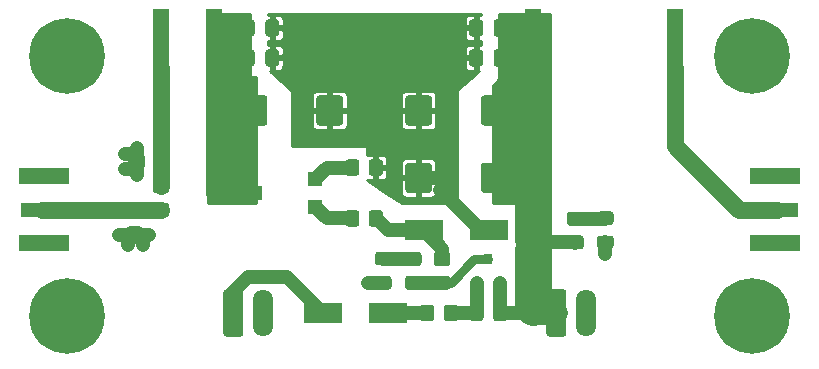
<source format=gtl>
G04 #@! TF.GenerationSoftware,KiCad,Pcbnew,5.1.10-88a1d61d58~90~ubuntu21.04.1*
G04 #@! TF.CreationDate,2021-09-19T17:29:36+02:00*
G04 #@! TF.ProjectId,23cm_PA,3233636d-5f50-4412-9e6b-696361645f70,rev?*
G04 #@! TF.SameCoordinates,Original*
G04 #@! TF.FileFunction,Copper,L1,Top*
G04 #@! TF.FilePolarity,Positive*
%FSLAX46Y46*%
G04 Gerber Fmt 4.6, Leading zero omitted, Abs format (unit mm)*
G04 Created by KiCad (PCBNEW 5.1.10-88a1d61d58~90~ubuntu21.04.1) date 2021-09-19 17:29:36*
%MOMM*%
%LPD*%
G01*
G04 APERTURE LIST*
G04 #@! TA.AperFunction,SMDPad,CuDef*
%ADD10R,1.300000X1.300000*%
G04 #@! TD*
G04 #@! TA.AperFunction,SMDPad,CuDef*
%ADD11R,2.000000X1.300000*%
G04 #@! TD*
G04 #@! TA.AperFunction,SMDPad,CuDef*
%ADD12R,1.460000X10.000000*%
G04 #@! TD*
G04 #@! TA.AperFunction,SMDPad,CuDef*
%ADD13R,3.300000X1.700000*%
G04 #@! TD*
G04 #@! TA.AperFunction,ConnectorPad*
%ADD14C,6.400000*%
G04 #@! TD*
G04 #@! TA.AperFunction,ComponentPad*
%ADD15C,3.600000*%
G04 #@! TD*
G04 #@! TA.AperFunction,SMDPad,CuDef*
%ADD16R,0.800000X0.900000*%
G04 #@! TD*
G04 #@! TA.AperFunction,SMDPad,CuDef*
%ADD17R,3.600000X1.270000*%
G04 #@! TD*
G04 #@! TA.AperFunction,SMDPad,CuDef*
%ADD18R,4.200000X1.350000*%
G04 #@! TD*
G04 #@! TA.AperFunction,ComponentPad*
%ADD19O,1.700000X4.000000*%
G04 #@! TD*
G04 #@! TA.AperFunction,ViaPad*
%ADD20C,0.800000*%
G04 #@! TD*
G04 #@! TA.AperFunction,Conductor*
%ADD21C,1.200000*%
G04 #@! TD*
G04 #@! TA.AperFunction,Conductor*
%ADD22C,3.100000*%
G04 #@! TD*
G04 #@! TA.AperFunction,Conductor*
%ADD23C,1.460000*%
G04 #@! TD*
G04 #@! TA.AperFunction,Conductor*
%ADD24C,2.000000*%
G04 #@! TD*
G04 #@! TA.AperFunction,Conductor*
%ADD25C,0.800000*%
G04 #@! TD*
G04 #@! TA.AperFunction,Conductor*
%ADD26C,0.254000*%
G04 #@! TD*
G04 #@! TA.AperFunction,Conductor*
%ADD27C,0.100000*%
G04 #@! TD*
G04 APERTURE END LIST*
D10*
X125051000Y-116720000D03*
D11*
X119551000Y-115570000D03*
D10*
X125051000Y-114420000D03*
D12*
X155500000Y-105000000D03*
X143500000Y-105000000D03*
X116500000Y-105000000D03*
X112000000Y-105000000D03*
D13*
X139730000Y-118745000D03*
X134230000Y-118745000D03*
D14*
X104000000Y-126000000D03*
D15*
X104000000Y-126000000D03*
D14*
X162000000Y-126000000D03*
D15*
X162000000Y-126000000D03*
D14*
X162000000Y-104000000D03*
D15*
X162000000Y-104000000D03*
D14*
X104000000Y-104000000D03*
D15*
X104000000Y-104000000D03*
G04 #@! TA.AperFunction,SMDPad,CuDef*
G36*
G01*
X110600000Y-112452999D02*
X110600000Y-113353001D01*
G75*
G02*
X110350001Y-113603000I-249999J0D01*
G01*
X109649999Y-113603000D01*
G75*
G02*
X109400000Y-113353001I0J249999D01*
G01*
X109400000Y-112452999D01*
G75*
G02*
X109649999Y-112203000I249999J0D01*
G01*
X110350001Y-112203000D01*
G75*
G02*
X110600000Y-112452999I0J-249999D01*
G01*
G37*
G04 #@! TD.AperFunction*
G04 #@! TA.AperFunction,SMDPad,CuDef*
G36*
G01*
X112600000Y-112452999D02*
X112600000Y-113353001D01*
G75*
G02*
X112350001Y-113603000I-249999J0D01*
G01*
X111649999Y-113603000D01*
G75*
G02*
X111400000Y-113353001I0J249999D01*
G01*
X111400000Y-112452999D01*
G75*
G02*
X111649999Y-112203000I249999J0D01*
G01*
X112350001Y-112203000D01*
G75*
G02*
X112600000Y-112452999I0J-249999D01*
G01*
G37*
G04 #@! TD.AperFunction*
G04 #@! TA.AperFunction,SMDPad,CuDef*
G36*
G01*
X109277999Y-118400000D02*
X110178001Y-118400000D01*
G75*
G02*
X110428000Y-118649999I0J-249999D01*
G01*
X110428000Y-119350001D01*
G75*
G02*
X110178001Y-119600000I-249999J0D01*
G01*
X109277999Y-119600000D01*
G75*
G02*
X109028000Y-119350001I0J249999D01*
G01*
X109028000Y-118649999D01*
G75*
G02*
X109277999Y-118400000I249999J0D01*
G01*
G37*
G04 #@! TD.AperFunction*
G04 #@! TA.AperFunction,SMDPad,CuDef*
G36*
G01*
X109277999Y-116400000D02*
X110178001Y-116400000D01*
G75*
G02*
X110428000Y-116649999I0J-249999D01*
G01*
X110428000Y-117350001D01*
G75*
G02*
X110178001Y-117600000I-249999J0D01*
G01*
X109277999Y-117600000D01*
G75*
G02*
X109028000Y-117350001I0J249999D01*
G01*
X109028000Y-116649999D01*
G75*
G02*
X109277999Y-116400000I249999J0D01*
G01*
G37*
G04 #@! TD.AperFunction*
G04 #@! TA.AperFunction,SMDPad,CuDef*
G36*
G01*
X111549999Y-116400000D02*
X112450001Y-116400000D01*
G75*
G02*
X112700000Y-116649999I0J-249999D01*
G01*
X112700000Y-117350001D01*
G75*
G02*
X112450001Y-117600000I-249999J0D01*
G01*
X111549999Y-117600000D01*
G75*
G02*
X111300000Y-117350001I0J249999D01*
G01*
X111300000Y-116649999D01*
G75*
G02*
X111549999Y-116400000I249999J0D01*
G01*
G37*
G04 #@! TD.AperFunction*
G04 #@! TA.AperFunction,SMDPad,CuDef*
G36*
G01*
X111549999Y-114400000D02*
X112450001Y-114400000D01*
G75*
G02*
X112700000Y-114649999I0J-249999D01*
G01*
X112700000Y-115350001D01*
G75*
G02*
X112450001Y-115600000I-249999J0D01*
G01*
X111549999Y-115600000D01*
G75*
G02*
X111300000Y-115350001I0J249999D01*
G01*
X111300000Y-114649999D01*
G75*
G02*
X111549999Y-114400000I249999J0D01*
G01*
G37*
G04 #@! TD.AperFunction*
G04 #@! TA.AperFunction,SMDPad,CuDef*
G36*
G01*
X129575000Y-113870001D02*
X129575000Y-112969999D01*
G75*
G02*
X129824999Y-112720000I249999J0D01*
G01*
X130525001Y-112720000D01*
G75*
G02*
X130775000Y-112969999I0J-249999D01*
G01*
X130775000Y-113870001D01*
G75*
G02*
X130525001Y-114120000I-249999J0D01*
G01*
X129824999Y-114120000D01*
G75*
G02*
X129575000Y-113870001I0J249999D01*
G01*
G37*
G04 #@! TD.AperFunction*
G04 #@! TA.AperFunction,SMDPad,CuDef*
G36*
G01*
X127575000Y-113870001D02*
X127575000Y-112969999D01*
G75*
G02*
X127824999Y-112720000I249999J0D01*
G01*
X128525001Y-112720000D01*
G75*
G02*
X128775000Y-112969999I0J-249999D01*
G01*
X128775000Y-113870001D01*
G75*
G02*
X128525001Y-114120000I-249999J0D01*
G01*
X127824999Y-114120000D01*
G75*
G02*
X127575000Y-113870001I0J249999D01*
G01*
G37*
G04 #@! TD.AperFunction*
G04 #@! TA.AperFunction,SMDPad,CuDef*
G36*
G01*
X132899999Y-122574000D02*
X133800001Y-122574000D01*
G75*
G02*
X134050000Y-122823999I0J-249999D01*
G01*
X134050000Y-123524001D01*
G75*
G02*
X133800001Y-123774000I-249999J0D01*
G01*
X132899999Y-123774000D01*
G75*
G02*
X132650000Y-123524001I0J249999D01*
G01*
X132650000Y-122823999D01*
G75*
G02*
X132899999Y-122574000I249999J0D01*
G01*
G37*
G04 #@! TD.AperFunction*
G04 #@! TA.AperFunction,SMDPad,CuDef*
G36*
G01*
X132899999Y-120574000D02*
X133800001Y-120574000D01*
G75*
G02*
X134050000Y-120823999I0J-249999D01*
G01*
X134050000Y-121524001D01*
G75*
G02*
X133800001Y-121774000I-249999J0D01*
G01*
X132899999Y-121774000D01*
G75*
G02*
X132650000Y-121524001I0J249999D01*
G01*
X132650000Y-120823999D01*
G75*
G02*
X132899999Y-120574000I249999J0D01*
G01*
G37*
G04 #@! TD.AperFunction*
G04 #@! TA.AperFunction,SMDPad,CuDef*
G36*
G01*
X128775000Y-117269999D02*
X128775000Y-118170001D01*
G75*
G02*
X128525001Y-118420000I-249999J0D01*
G01*
X127824999Y-118420000D01*
G75*
G02*
X127575000Y-118170001I0J249999D01*
G01*
X127575000Y-117269999D01*
G75*
G02*
X127824999Y-117020000I249999J0D01*
G01*
X128525001Y-117020000D01*
G75*
G02*
X128775000Y-117269999I0J-249999D01*
G01*
G37*
G04 #@! TD.AperFunction*
G04 #@! TA.AperFunction,SMDPad,CuDef*
G36*
G01*
X130775000Y-117269999D02*
X130775000Y-118170001D01*
G75*
G02*
X130525001Y-118420000I-249999J0D01*
G01*
X129824999Y-118420000D01*
G75*
G02*
X129575000Y-118170001I0J249999D01*
G01*
X129575000Y-117269999D01*
G75*
G02*
X129824999Y-117020000I249999J0D01*
G01*
X130525001Y-117020000D01*
G75*
G02*
X130775000Y-117269999I0J-249999D01*
G01*
G37*
G04 #@! TD.AperFunction*
G04 #@! TA.AperFunction,SMDPad,CuDef*
G36*
G01*
X135339999Y-122574000D02*
X136240001Y-122574000D01*
G75*
G02*
X136490000Y-122823999I0J-249999D01*
G01*
X136490000Y-123524001D01*
G75*
G02*
X136240001Y-123774000I-249999J0D01*
G01*
X135339999Y-123774000D01*
G75*
G02*
X135090000Y-123524001I0J249999D01*
G01*
X135090000Y-122823999D01*
G75*
G02*
X135339999Y-122574000I249999J0D01*
G01*
G37*
G04 #@! TD.AperFunction*
G04 #@! TA.AperFunction,SMDPad,CuDef*
G36*
G01*
X135339999Y-120574000D02*
X136240001Y-120574000D01*
G75*
G02*
X136490000Y-120823999I0J-249999D01*
G01*
X136490000Y-121524001D01*
G75*
G02*
X136240001Y-121774000I-249999J0D01*
G01*
X135339999Y-121774000D01*
G75*
G02*
X135090000Y-121524001I0J249999D01*
G01*
X135090000Y-120823999D01*
G75*
G02*
X135339999Y-120574000I249999J0D01*
G01*
G37*
G04 #@! TD.AperFunction*
G04 #@! TA.AperFunction,SMDPad,CuDef*
G36*
G01*
X135125000Y-125279999D02*
X135125000Y-126180001D01*
G75*
G02*
X134875001Y-126430000I-249999J0D01*
G01*
X134174999Y-126430000D01*
G75*
G02*
X133925000Y-126180001I0J249999D01*
G01*
X133925000Y-125279999D01*
G75*
G02*
X134174999Y-125030000I249999J0D01*
G01*
X134875001Y-125030000D01*
G75*
G02*
X135125000Y-125279999I0J-249999D01*
G01*
G37*
G04 #@! TD.AperFunction*
G04 #@! TA.AperFunction,SMDPad,CuDef*
G36*
G01*
X137125000Y-125279999D02*
X137125000Y-126180001D01*
G75*
G02*
X136875001Y-126430000I-249999J0D01*
G01*
X136174999Y-126430000D01*
G75*
G02*
X135925000Y-126180001I0J249999D01*
G01*
X135925000Y-125279999D01*
G75*
G02*
X136174999Y-125030000I249999J0D01*
G01*
X136875001Y-125030000D01*
G75*
G02*
X137125000Y-125279999I0J-249999D01*
G01*
G37*
G04 #@! TD.AperFunction*
G04 #@! TA.AperFunction,SMDPad,CuDef*
G36*
G01*
X147516001Y-118345000D02*
X146615999Y-118345000D01*
G75*
G02*
X146366000Y-118095001I0J249999D01*
G01*
X146366000Y-117394999D01*
G75*
G02*
X146615999Y-117145000I249999J0D01*
G01*
X147516001Y-117145000D01*
G75*
G02*
X147766000Y-117394999I0J-249999D01*
G01*
X147766000Y-118095001D01*
G75*
G02*
X147516001Y-118345000I-249999J0D01*
G01*
G37*
G04 #@! TD.AperFunction*
G04 #@! TA.AperFunction,SMDPad,CuDef*
G36*
G01*
X147516001Y-120345000D02*
X146615999Y-120345000D01*
G75*
G02*
X146366000Y-120095001I0J249999D01*
G01*
X146366000Y-119394999D01*
G75*
G02*
X146615999Y-119145000I249999J0D01*
G01*
X147516001Y-119145000D01*
G75*
G02*
X147766000Y-119394999I0J-249999D01*
G01*
X147766000Y-120095001D01*
G75*
G02*
X147516001Y-120345000I-249999J0D01*
G01*
G37*
G04 #@! TD.AperFunction*
G04 #@! TA.AperFunction,SMDPad,CuDef*
G36*
G01*
X139300000Y-125279999D02*
X139300000Y-126180001D01*
G75*
G02*
X139050001Y-126430000I-249999J0D01*
G01*
X138349999Y-126430000D01*
G75*
G02*
X138100000Y-126180001I0J249999D01*
G01*
X138100000Y-125279999D01*
G75*
G02*
X138349999Y-125030000I249999J0D01*
G01*
X139050001Y-125030000D01*
G75*
G02*
X139300000Y-125279999I0J-249999D01*
G01*
G37*
G04 #@! TD.AperFunction*
G04 #@! TA.AperFunction,SMDPad,CuDef*
G36*
G01*
X141300000Y-125279999D02*
X141300000Y-126180001D01*
G75*
G02*
X141050001Y-126430000I-249999J0D01*
G01*
X140349999Y-126430000D01*
G75*
G02*
X140100000Y-126180001I0J249999D01*
G01*
X140100000Y-125279999D01*
G75*
G02*
X140349999Y-125030000I249999J0D01*
G01*
X141050001Y-125030000D01*
G75*
G02*
X141300000Y-125279999I0J-249999D01*
G01*
G37*
G04 #@! TD.AperFunction*
D16*
X139700000Y-121174000D03*
X140650000Y-123174000D03*
X138750000Y-123174000D03*
D17*
X101908000Y-117000000D03*
D18*
X102108000Y-119825000D03*
X102108000Y-114175000D03*
D17*
X164157000Y-117000000D03*
D18*
X163957000Y-114175000D03*
X163957000Y-119825000D03*
D19*
X147955000Y-125730000D03*
G04 #@! TA.AperFunction,ComponentPad*
G36*
G01*
X144605000Y-127480100D02*
X144605000Y-123979900D01*
G75*
G02*
X144854900Y-123730000I249900J0D01*
G01*
X146055100Y-123730000D01*
G75*
G02*
X146305000Y-123979900I0J-249900D01*
G01*
X146305000Y-127480100D01*
G75*
G02*
X146055100Y-127730000I-249900J0D01*
G01*
X144854900Y-127730000D01*
G75*
G02*
X144605000Y-127480100I0J249900D01*
G01*
G37*
G04 #@! TD.AperFunction*
X120610000Y-125730000D03*
G04 #@! TA.AperFunction,ComponentPad*
G36*
G01*
X117260000Y-127480100D02*
X117260000Y-123979900D01*
G75*
G02*
X117509900Y-123730000I249900J0D01*
G01*
X118710100Y-123730000D01*
G75*
G02*
X118960000Y-123979900I0J-249900D01*
G01*
X118960000Y-127480100D01*
G75*
G02*
X118710100Y-127730000I-249900J0D01*
G01*
X117509900Y-127730000D01*
G75*
G02*
X117260000Y-127480100I0J249900D01*
G01*
G37*
G04 #@! TD.AperFunction*
G04 #@! TA.AperFunction,SMDPad,CuDef*
G36*
G01*
X131260001Y-121701500D02*
X130359999Y-121701500D01*
G75*
G02*
X130110000Y-121451501I0J249999D01*
G01*
X130110000Y-120801499D01*
G75*
G02*
X130359999Y-120551500I249999J0D01*
G01*
X131260001Y-120551500D01*
G75*
G02*
X131510000Y-120801499I0J-249999D01*
G01*
X131510000Y-121451501D01*
G75*
G02*
X131260001Y-121701500I-249999J0D01*
G01*
G37*
G04 #@! TD.AperFunction*
G04 #@! TA.AperFunction,SMDPad,CuDef*
G36*
G01*
X131260001Y-123751500D02*
X130359999Y-123751500D01*
G75*
G02*
X130110000Y-123501501I0J249999D01*
G01*
X130110000Y-122851499D01*
G75*
G02*
X130359999Y-122601500I249999J0D01*
G01*
X131260001Y-122601500D01*
G75*
G02*
X131510000Y-122851499I0J-249999D01*
G01*
X131510000Y-123501501D01*
G75*
G02*
X131260001Y-123751500I-249999J0D01*
G01*
G37*
G04 #@! TD.AperFunction*
D13*
X131230000Y-125730000D03*
X125730000Y-125730000D03*
G04 #@! TA.AperFunction,SMDPad,CuDef*
G36*
G01*
X150056001Y-118272500D02*
X149155999Y-118272500D01*
G75*
G02*
X148906000Y-118022501I0J249999D01*
G01*
X148906000Y-117372499D01*
G75*
G02*
X149155999Y-117122500I249999J0D01*
G01*
X150056001Y-117122500D01*
G75*
G02*
X150306000Y-117372499I0J-249999D01*
G01*
X150306000Y-118022501D01*
G75*
G02*
X150056001Y-118272500I-249999J0D01*
G01*
G37*
G04 #@! TD.AperFunction*
G04 #@! TA.AperFunction,SMDPad,CuDef*
G36*
G01*
X150056001Y-120322500D02*
X149155999Y-120322500D01*
G75*
G02*
X148906000Y-120072501I0J249999D01*
G01*
X148906000Y-119422499D01*
G75*
G02*
X149155999Y-119172500I249999J0D01*
G01*
X150056001Y-119172500D01*
G75*
G02*
X150306000Y-119422499I0J-249999D01*
G01*
X150306000Y-120072501D01*
G75*
G02*
X150056001Y-120322500I-249999J0D01*
G01*
G37*
G04 #@! TD.AperFunction*
G04 #@! TA.AperFunction,SMDPad,CuDef*
G36*
G01*
X140150000Y-102075000D02*
X140150000Y-101125000D01*
G75*
G02*
X140400000Y-100875000I250000J0D01*
G01*
X141075000Y-100875000D01*
G75*
G02*
X141325000Y-101125000I0J-250000D01*
G01*
X141325000Y-102075000D01*
G75*
G02*
X141075000Y-102325000I-250000J0D01*
G01*
X140400000Y-102325000D01*
G75*
G02*
X140150000Y-102075000I0J250000D01*
G01*
G37*
G04 #@! TD.AperFunction*
G04 #@! TA.AperFunction,SMDPad,CuDef*
G36*
G01*
X138075000Y-102075000D02*
X138075000Y-101125000D01*
G75*
G02*
X138325000Y-100875000I250000J0D01*
G01*
X139000000Y-100875000D01*
G75*
G02*
X139250000Y-101125000I0J-250000D01*
G01*
X139250000Y-102075000D01*
G75*
G02*
X139000000Y-102325000I-250000J0D01*
G01*
X138325000Y-102325000D01*
G75*
G02*
X138075000Y-102075000I0J250000D01*
G01*
G37*
G04 #@! TD.AperFunction*
G04 #@! TA.AperFunction,SMDPad,CuDef*
G36*
G01*
X120824500Y-102075000D02*
X120824500Y-101125000D01*
G75*
G02*
X121074500Y-100875000I250000J0D01*
G01*
X121749500Y-100875000D01*
G75*
G02*
X121999500Y-101125000I0J-250000D01*
G01*
X121999500Y-102075000D01*
G75*
G02*
X121749500Y-102325000I-250000J0D01*
G01*
X121074500Y-102325000D01*
G75*
G02*
X120824500Y-102075000I0J250000D01*
G01*
G37*
G04 #@! TD.AperFunction*
G04 #@! TA.AperFunction,SMDPad,CuDef*
G36*
G01*
X118749500Y-102075000D02*
X118749500Y-101125000D01*
G75*
G02*
X118999500Y-100875000I250000J0D01*
G01*
X119674500Y-100875000D01*
G75*
G02*
X119924500Y-101125000I0J-250000D01*
G01*
X119924500Y-102075000D01*
G75*
G02*
X119674500Y-102325000I-250000J0D01*
G01*
X118999500Y-102325000D01*
G75*
G02*
X118749500Y-102075000I0J250000D01*
G01*
G37*
G04 #@! TD.AperFunction*
G04 #@! TA.AperFunction,SMDPad,CuDef*
G36*
G01*
X140150000Y-104615000D02*
X140150000Y-103665000D01*
G75*
G02*
X140400000Y-103415000I250000J0D01*
G01*
X141075000Y-103415000D01*
G75*
G02*
X141325000Y-103665000I0J-250000D01*
G01*
X141325000Y-104615000D01*
G75*
G02*
X141075000Y-104865000I-250000J0D01*
G01*
X140400000Y-104865000D01*
G75*
G02*
X140150000Y-104615000I0J250000D01*
G01*
G37*
G04 #@! TD.AperFunction*
G04 #@! TA.AperFunction,SMDPad,CuDef*
G36*
G01*
X138075000Y-104615000D02*
X138075000Y-103665000D01*
G75*
G02*
X138325000Y-103415000I250000J0D01*
G01*
X139000000Y-103415000D01*
G75*
G02*
X139250000Y-103665000I0J-250000D01*
G01*
X139250000Y-104615000D01*
G75*
G02*
X139000000Y-104865000I-250000J0D01*
G01*
X138325000Y-104865000D01*
G75*
G02*
X138075000Y-104615000I0J250000D01*
G01*
G37*
G04 #@! TD.AperFunction*
G04 #@! TA.AperFunction,SMDPad,CuDef*
G36*
G01*
X120824500Y-104615000D02*
X120824500Y-103665000D01*
G75*
G02*
X121074500Y-103415000I250000J0D01*
G01*
X121749500Y-103415000D01*
G75*
G02*
X121999500Y-103665000I0J-250000D01*
G01*
X121999500Y-104615000D01*
G75*
G02*
X121749500Y-104865000I-250000J0D01*
G01*
X121074500Y-104865000D01*
G75*
G02*
X120824500Y-104615000I0J250000D01*
G01*
G37*
G04 #@! TD.AperFunction*
G04 #@! TA.AperFunction,SMDPad,CuDef*
G36*
G01*
X118749500Y-104615000D02*
X118749500Y-103665000D01*
G75*
G02*
X118999500Y-103415000I250000J0D01*
G01*
X119674500Y-103415000D01*
G75*
G02*
X119924500Y-103665000I0J-250000D01*
G01*
X119924500Y-104615000D01*
G75*
G02*
X119674500Y-104865000I-250000J0D01*
G01*
X118999500Y-104865000D01*
G75*
G02*
X118749500Y-104615000I0J250000D01*
G01*
G37*
G04 #@! TD.AperFunction*
G04 #@! TA.AperFunction,SMDPad,CuDef*
G36*
G01*
X139075000Y-115325001D02*
X139075000Y-113274999D01*
G75*
G02*
X139324999Y-113025000I249999J0D01*
G01*
X141075001Y-113025000D01*
G75*
G02*
X141325000Y-113274999I0J-249999D01*
G01*
X141325000Y-115325001D01*
G75*
G02*
X141075001Y-115575000I-249999J0D01*
G01*
X139324999Y-115575000D01*
G75*
G02*
X139075000Y-115325001I0J249999D01*
G01*
G37*
G04 #@! TD.AperFunction*
G04 #@! TA.AperFunction,SMDPad,CuDef*
G36*
G01*
X132675000Y-115325001D02*
X132675000Y-113274999D01*
G75*
G02*
X132924999Y-113025000I249999J0D01*
G01*
X134675001Y-113025000D01*
G75*
G02*
X134925000Y-113274999I0J-249999D01*
G01*
X134925000Y-115325001D01*
G75*
G02*
X134675001Y-115575000I-249999J0D01*
G01*
X132924999Y-115575000D01*
G75*
G02*
X132675000Y-115325001I0J249999D01*
G01*
G37*
G04 #@! TD.AperFunction*
G04 #@! TA.AperFunction,SMDPad,CuDef*
G36*
G01*
X120999500Y-107559999D02*
X120999500Y-109610001D01*
G75*
G02*
X120749501Y-109860000I-249999J0D01*
G01*
X118999499Y-109860000D01*
G75*
G02*
X118749500Y-109610001I0J249999D01*
G01*
X118749500Y-107559999D01*
G75*
G02*
X118999499Y-107310000I249999J0D01*
G01*
X120749501Y-107310000D01*
G75*
G02*
X120999500Y-107559999I0J-249999D01*
G01*
G37*
G04 #@! TD.AperFunction*
G04 #@! TA.AperFunction,SMDPad,CuDef*
G36*
G01*
X127399500Y-107559999D02*
X127399500Y-109610001D01*
G75*
G02*
X127149501Y-109860000I-249999J0D01*
G01*
X125399499Y-109860000D01*
G75*
G02*
X125149500Y-109610001I0J249999D01*
G01*
X125149500Y-107559999D01*
G75*
G02*
X125399499Y-107310000I249999J0D01*
G01*
X127149501Y-107310000D01*
G75*
G02*
X127399500Y-107559999I0J-249999D01*
G01*
G37*
G04 #@! TD.AperFunction*
G04 #@! TA.AperFunction,SMDPad,CuDef*
G36*
G01*
X139075000Y-109610001D02*
X139075000Y-107559999D01*
G75*
G02*
X139324999Y-107310000I249999J0D01*
G01*
X141075001Y-107310000D01*
G75*
G02*
X141325000Y-107559999I0J-249999D01*
G01*
X141325000Y-109610001D01*
G75*
G02*
X141075001Y-109860000I-249999J0D01*
G01*
X139324999Y-109860000D01*
G75*
G02*
X139075000Y-109610001I0J249999D01*
G01*
G37*
G04 #@! TD.AperFunction*
G04 #@! TA.AperFunction,SMDPad,CuDef*
G36*
G01*
X132675000Y-109610001D02*
X132675000Y-107559999D01*
G75*
G02*
X132924999Y-107310000I249999J0D01*
G01*
X134675001Y-107310000D01*
G75*
G02*
X134925000Y-107559999I0J-249999D01*
G01*
X134925000Y-109610001D01*
G75*
G02*
X134675001Y-109860000I-249999J0D01*
G01*
X132924999Y-109860000D01*
G75*
G02*
X132675000Y-109610001I0J249999D01*
G01*
G37*
G04 #@! TD.AperFunction*
D20*
X103632000Y-114046000D03*
X100711000Y-114046000D03*
X102108000Y-114046000D03*
X103632000Y-119761000D03*
X100711000Y-119761000D03*
X102108000Y-119761000D03*
X165354000Y-114173000D03*
X162306000Y-114173000D03*
X163957000Y-114173000D03*
X163957000Y-119888000D03*
X165354000Y-119888000D03*
X162306000Y-119888000D03*
X149606000Y-120777000D03*
X109982000Y-114046000D03*
X109982000Y-111760000D03*
X108966000Y-112268000D03*
X108966000Y-113538000D03*
X135636000Y-113284000D03*
X135636000Y-114300000D03*
X135636000Y-115316000D03*
X131572000Y-112776000D03*
X131572000Y-114046000D03*
X137414000Y-100838000D03*
X137414000Y-101854000D03*
X137414000Y-102870000D03*
X137414000Y-103886000D03*
X137414000Y-104902000D03*
X122682000Y-100838000D03*
X122682000Y-101854000D03*
X122682000Y-102870000D03*
X122682000Y-103886000D03*
X122682000Y-104902000D03*
X122682000Y-105918000D03*
X137414000Y-105918000D03*
X124460000Y-106934000D03*
X124460000Y-107950000D03*
X124460000Y-108966000D03*
X124460000Y-109982000D03*
X135636000Y-106934000D03*
X135636000Y-107950000D03*
X135636000Y-108966000D03*
X135636000Y-109982000D03*
X135636000Y-110998000D03*
X135636000Y-112014000D03*
X124460000Y-100965000D03*
X126365000Y-100965000D03*
X128270000Y-100965000D03*
X130175000Y-100965000D03*
X132080000Y-100965000D03*
X133985000Y-100965000D03*
X135890000Y-100965000D03*
X124460000Y-102870000D03*
X126365000Y-102870000D03*
X128270000Y-102870000D03*
X130175000Y-102870000D03*
X132080000Y-102870000D03*
X133985000Y-102870000D03*
X135890000Y-102870000D03*
X124460000Y-104775000D03*
X126365000Y-104775000D03*
X128270000Y-104775000D03*
X130175000Y-104775000D03*
X132080000Y-104775000D03*
X133985000Y-104775000D03*
X135890000Y-104775000D03*
X126365000Y-106680000D03*
X128270000Y-106680000D03*
X130175000Y-106680000D03*
X132080000Y-106680000D03*
X133985000Y-106680000D03*
X128270000Y-108585000D03*
X130175000Y-108585000D03*
X132080000Y-108585000D03*
X128270000Y-110490000D03*
X130175000Y-110490000D03*
X132080000Y-110490000D03*
X133985000Y-110490000D03*
X126365000Y-110490000D03*
X133985000Y-112395000D03*
X129540000Y-123190000D03*
X109220000Y-120015000D03*
X110490000Y-120015000D03*
X108458000Y-119126000D03*
X110998000Y-119126000D03*
D21*
X140650000Y-125680000D02*
X140700000Y-125730000D01*
X140650000Y-123174000D02*
X140650000Y-125680000D01*
X147040000Y-119771000D02*
X147066000Y-119745000D01*
D22*
X143500000Y-123200000D02*
X143500000Y-120386000D01*
X143500000Y-119497000D02*
X143500000Y-105000000D01*
D23*
X143500000Y-120386000D02*
X143500000Y-119497000D01*
D21*
X143748000Y-119745000D02*
X143500000Y-119497000D01*
X147066000Y-119745000D02*
X143748000Y-119745000D01*
D22*
X143500000Y-123200000D02*
X143500000Y-125212000D01*
D24*
X144018000Y-125730000D02*
X143500000Y-125212000D01*
X145455000Y-125730000D02*
X144018000Y-125730000D01*
D21*
X140700000Y-125730000D02*
X145455000Y-125730000D01*
X135636000Y-114300000D02*
X135636000Y-114300000D01*
X109982000Y-114046000D02*
X109982000Y-111760000D01*
X109365000Y-112268000D02*
X110000000Y-112903000D01*
X108966000Y-112268000D02*
X109365000Y-112268000D01*
X109365000Y-113538000D02*
X110000000Y-112903000D01*
X108966000Y-113538000D02*
X109365000Y-113538000D01*
X149606000Y-120777000D02*
X149606000Y-119747500D01*
X135636000Y-114300000D02*
X135636000Y-114300000D01*
X135636000Y-114300000D02*
X133800000Y-114300000D01*
X130796500Y-123190000D02*
X130810000Y-123176500D01*
X129540000Y-123190000D02*
X130796500Y-123190000D01*
X139065000Y-118745000D02*
X135636000Y-115316000D01*
X139730000Y-118745000D02*
X139065000Y-118745000D01*
X108458000Y-119126000D02*
X110998000Y-119126000D01*
X110490000Y-119762000D02*
X109728000Y-119000000D01*
X110490000Y-120015000D02*
X110490000Y-119762000D01*
X109220000Y-119508000D02*
X109728000Y-119000000D01*
X109220000Y-120015000D02*
X109220000Y-119508000D01*
D23*
X116500000Y-105000000D02*
X116500000Y-115570000D01*
D21*
X149558500Y-117745000D02*
X149606000Y-117697500D01*
X147066000Y-117745000D02*
X149558500Y-117745000D01*
X134525000Y-125730000D02*
X131230000Y-125730000D01*
X122682000Y-122682000D02*
X125730000Y-125730000D01*
X119380000Y-122682000D02*
X122682000Y-122682000D01*
X118110000Y-123952000D02*
X119380000Y-122682000D01*
X118110000Y-125730000D02*
X118110000Y-123952000D01*
X131200000Y-118745000D02*
X130175000Y-117720000D01*
X134230000Y-118745000D02*
X131200000Y-118745000D01*
X135790000Y-120305000D02*
X134230000Y-118745000D01*
X135790000Y-121174000D02*
X135790000Y-120305000D01*
X130857500Y-121174000D02*
X130810000Y-121126500D01*
X133350000Y-121174000D02*
X130857500Y-121174000D01*
D23*
X155500000Y-111603000D02*
X155500000Y-105000000D01*
X160897000Y-117000000D02*
X155500000Y-111603000D01*
X164157000Y-117000000D02*
X160897000Y-117000000D01*
X101908000Y-117000000D02*
X109728000Y-117000000D01*
X109728000Y-117000000D02*
X112000000Y-117000000D01*
D21*
X133350000Y-123174000D02*
X135790000Y-123174000D01*
D25*
X138500000Y-121174000D02*
X136500000Y-123174000D01*
X136500000Y-123174000D02*
X135790000Y-123174000D01*
X139700000Y-121174000D02*
X138500000Y-121174000D01*
D21*
X138750000Y-125680000D02*
X138700000Y-125730000D01*
X138750000Y-123174000D02*
X138750000Y-125680000D01*
X136525000Y-125730000D02*
X138700000Y-125730000D01*
X126051000Y-117720000D02*
X125051000Y-116720000D01*
X128175000Y-117720000D02*
X126051000Y-117720000D01*
X126051000Y-113420000D02*
X125051000Y-114420000D01*
X128175000Y-113420000D02*
X126051000Y-113420000D01*
D23*
X112000000Y-115000000D02*
X112000000Y-112903000D01*
X112000000Y-112903000D02*
X112000000Y-105000000D01*
D26*
X119507000Y-105664000D02*
X119509440Y-105688776D01*
X119516667Y-105712601D01*
X119528403Y-105734557D01*
X119544197Y-105753803D01*
X119563443Y-105769597D01*
X119585399Y-105781333D01*
X119609224Y-105788560D01*
X119634000Y-105791000D01*
X120015000Y-105791000D01*
X120015000Y-116459000D01*
X115951000Y-116459000D01*
X115951000Y-100406000D01*
X119507000Y-100406000D01*
X119507000Y-105664000D01*
G04 #@! TA.AperFunction,Conductor*
D27*
G36*
X119507000Y-105664000D02*
G01*
X119509440Y-105688776D01*
X119516667Y-105712601D01*
X119528403Y-105734557D01*
X119544197Y-105753803D01*
X119563443Y-105769597D01*
X119585399Y-105781333D01*
X119609224Y-105788560D01*
X119634000Y-105791000D01*
X120015000Y-105791000D01*
X120015000Y-116459000D01*
X115951000Y-116459000D01*
X115951000Y-100406000D01*
X119507000Y-100406000D01*
X119507000Y-105664000D01*
G37*
G04 #@! TD.AperFunction*
D26*
X139065000Y-100493090D02*
X138884750Y-100494000D01*
X138789500Y-100589250D01*
X138789500Y-101473000D01*
X138809500Y-101473000D01*
X138809500Y-101727000D01*
X138789500Y-101727000D01*
X138789500Y-102610750D01*
X138884750Y-102706000D01*
X139065000Y-102706910D01*
X139065000Y-103033090D01*
X138884750Y-103034000D01*
X138789500Y-103129250D01*
X138789500Y-104013000D01*
X138809500Y-104013000D01*
X138809500Y-104267000D01*
X138789500Y-104267000D01*
X138789500Y-105150750D01*
X138884750Y-105246000D01*
X138896216Y-105246058D01*
X137076370Y-106838423D01*
X137059331Y-106856575D01*
X137046160Y-106877702D01*
X137037364Y-106900993D01*
X137033000Y-106934000D01*
X137033000Y-116459000D01*
X132372452Y-116459000D01*
X131046452Y-115575000D01*
X132292157Y-115575000D01*
X132299513Y-115649689D01*
X132321299Y-115721508D01*
X132356678Y-115787696D01*
X132404289Y-115845711D01*
X132462304Y-115893322D01*
X132528492Y-115928701D01*
X132600311Y-115950487D01*
X132675000Y-115957843D01*
X133577750Y-115956000D01*
X133673000Y-115860750D01*
X133673000Y-114427000D01*
X133927000Y-114427000D01*
X133927000Y-115860750D01*
X134022250Y-115956000D01*
X134925000Y-115957843D01*
X134999689Y-115950487D01*
X135071508Y-115928701D01*
X135137696Y-115893322D01*
X135195711Y-115845711D01*
X135243322Y-115787696D01*
X135278701Y-115721508D01*
X135300487Y-115649689D01*
X135307843Y-115575000D01*
X135306000Y-114522250D01*
X135210750Y-114427000D01*
X133927000Y-114427000D01*
X133673000Y-114427000D01*
X132389250Y-114427000D01*
X132294000Y-114522250D01*
X132292157Y-115575000D01*
X131046452Y-115575000D01*
X129413000Y-114486032D01*
X129413000Y-114465420D01*
X129428492Y-114473701D01*
X129500311Y-114495487D01*
X129575000Y-114502843D01*
X129952750Y-114501000D01*
X130048000Y-114405750D01*
X130048000Y-113547000D01*
X130302000Y-113547000D01*
X130302000Y-114405750D01*
X130397250Y-114501000D01*
X130775000Y-114502843D01*
X130849689Y-114495487D01*
X130921508Y-114473701D01*
X130987696Y-114438322D01*
X131045711Y-114390711D01*
X131093322Y-114332696D01*
X131128701Y-114266508D01*
X131150487Y-114194689D01*
X131157843Y-114120000D01*
X131156000Y-113642250D01*
X131060750Y-113547000D01*
X130302000Y-113547000D01*
X130048000Y-113547000D01*
X130028000Y-113547000D01*
X130028000Y-113293000D01*
X130048000Y-113293000D01*
X130048000Y-112434250D01*
X130302000Y-112434250D01*
X130302000Y-113293000D01*
X131060750Y-113293000D01*
X131156000Y-113197750D01*
X131156666Y-113025000D01*
X132292157Y-113025000D01*
X132294000Y-114077750D01*
X132389250Y-114173000D01*
X133673000Y-114173000D01*
X133673000Y-112739250D01*
X133927000Y-112739250D01*
X133927000Y-114173000D01*
X135210750Y-114173000D01*
X135306000Y-114077750D01*
X135307843Y-113025000D01*
X135300487Y-112950311D01*
X135278701Y-112878492D01*
X135243322Y-112812304D01*
X135195711Y-112754289D01*
X135137696Y-112706678D01*
X135071508Y-112671299D01*
X134999689Y-112649513D01*
X134925000Y-112642157D01*
X134022250Y-112644000D01*
X133927000Y-112739250D01*
X133673000Y-112739250D01*
X133577750Y-112644000D01*
X132675000Y-112642157D01*
X132600311Y-112649513D01*
X132528492Y-112671299D01*
X132462304Y-112706678D01*
X132404289Y-112754289D01*
X132356678Y-112812304D01*
X132321299Y-112878492D01*
X132299513Y-112950311D01*
X132292157Y-113025000D01*
X131156666Y-113025000D01*
X131157843Y-112720000D01*
X131150487Y-112645311D01*
X131128701Y-112573492D01*
X131093322Y-112507304D01*
X131045711Y-112449289D01*
X130987696Y-112401678D01*
X130921508Y-112366299D01*
X130849689Y-112344513D01*
X130775000Y-112337157D01*
X130397250Y-112339000D01*
X130302000Y-112434250D01*
X130048000Y-112434250D01*
X129952750Y-112339000D01*
X129575000Y-112337157D01*
X129500311Y-112344513D01*
X129428492Y-112366299D01*
X129413000Y-112374580D01*
X129413000Y-111760000D01*
X129410560Y-111735224D01*
X129403333Y-111711399D01*
X129391597Y-111689443D01*
X129375803Y-111670197D01*
X129356557Y-111654403D01*
X129334601Y-111642667D01*
X129310776Y-111635440D01*
X129286000Y-111633000D01*
X123063000Y-111633000D01*
X123063000Y-109860000D01*
X124766657Y-109860000D01*
X124774013Y-109934689D01*
X124795799Y-110006508D01*
X124831178Y-110072696D01*
X124878789Y-110130711D01*
X124936804Y-110178322D01*
X125002992Y-110213701D01*
X125074811Y-110235487D01*
X125149500Y-110242843D01*
X126052250Y-110241000D01*
X126147500Y-110145750D01*
X126147500Y-108712000D01*
X126401500Y-108712000D01*
X126401500Y-110145750D01*
X126496750Y-110241000D01*
X127399500Y-110242843D01*
X127474189Y-110235487D01*
X127546008Y-110213701D01*
X127612196Y-110178322D01*
X127670211Y-110130711D01*
X127717822Y-110072696D01*
X127753201Y-110006508D01*
X127774987Y-109934689D01*
X127782343Y-109860000D01*
X132292157Y-109860000D01*
X132299513Y-109934689D01*
X132321299Y-110006508D01*
X132356678Y-110072696D01*
X132404289Y-110130711D01*
X132462304Y-110178322D01*
X132528492Y-110213701D01*
X132600311Y-110235487D01*
X132675000Y-110242843D01*
X133577750Y-110241000D01*
X133673000Y-110145750D01*
X133673000Y-108712000D01*
X133927000Y-108712000D01*
X133927000Y-110145750D01*
X134022250Y-110241000D01*
X134925000Y-110242843D01*
X134999689Y-110235487D01*
X135071508Y-110213701D01*
X135137696Y-110178322D01*
X135195711Y-110130711D01*
X135243322Y-110072696D01*
X135278701Y-110006508D01*
X135300487Y-109934689D01*
X135307843Y-109860000D01*
X135306000Y-108807250D01*
X135210750Y-108712000D01*
X133927000Y-108712000D01*
X133673000Y-108712000D01*
X132389250Y-108712000D01*
X132294000Y-108807250D01*
X132292157Y-109860000D01*
X127782343Y-109860000D01*
X127780500Y-108807250D01*
X127685250Y-108712000D01*
X126401500Y-108712000D01*
X126147500Y-108712000D01*
X124863750Y-108712000D01*
X124768500Y-108807250D01*
X124766657Y-109860000D01*
X123063000Y-109860000D01*
X123063000Y-107310000D01*
X124766657Y-107310000D01*
X124768500Y-108362750D01*
X124863750Y-108458000D01*
X126147500Y-108458000D01*
X126147500Y-107024250D01*
X126401500Y-107024250D01*
X126401500Y-108458000D01*
X127685250Y-108458000D01*
X127780500Y-108362750D01*
X127782343Y-107310000D01*
X132292157Y-107310000D01*
X132294000Y-108362750D01*
X132389250Y-108458000D01*
X133673000Y-108458000D01*
X133673000Y-107024250D01*
X133927000Y-107024250D01*
X133927000Y-108458000D01*
X135210750Y-108458000D01*
X135306000Y-108362750D01*
X135307843Y-107310000D01*
X135300487Y-107235311D01*
X135278701Y-107163492D01*
X135243322Y-107097304D01*
X135195711Y-107039289D01*
X135137696Y-106991678D01*
X135071508Y-106956299D01*
X134999689Y-106934513D01*
X134925000Y-106927157D01*
X134022250Y-106929000D01*
X133927000Y-107024250D01*
X133673000Y-107024250D01*
X133577750Y-106929000D01*
X132675000Y-106927157D01*
X132600311Y-106934513D01*
X132528492Y-106956299D01*
X132462304Y-106991678D01*
X132404289Y-107039289D01*
X132356678Y-107097304D01*
X132321299Y-107163492D01*
X132299513Y-107235311D01*
X132292157Y-107310000D01*
X127782343Y-107310000D01*
X127774987Y-107235311D01*
X127753201Y-107163492D01*
X127717822Y-107097304D01*
X127670211Y-107039289D01*
X127612196Y-106991678D01*
X127546008Y-106956299D01*
X127474189Y-106934513D01*
X127399500Y-106927157D01*
X126496750Y-106929000D01*
X126401500Y-107024250D01*
X126147500Y-107024250D01*
X126052250Y-106929000D01*
X125149500Y-106927157D01*
X125074811Y-106934513D01*
X125002992Y-106956299D01*
X124936804Y-106991678D01*
X124878789Y-107039289D01*
X124831178Y-107097304D01*
X124795799Y-107163492D01*
X124774013Y-107235311D01*
X124766657Y-107310000D01*
X123063000Y-107310000D01*
X123063000Y-106934000D01*
X123060560Y-106909224D01*
X123053333Y-106885399D01*
X123041597Y-106863443D01*
X123019630Y-106838423D01*
X121194402Y-105241348D01*
X121285000Y-105150750D01*
X121285000Y-104267000D01*
X121539000Y-104267000D01*
X121539000Y-105150750D01*
X121634250Y-105246000D01*
X121999500Y-105247843D01*
X122074189Y-105240487D01*
X122146008Y-105218701D01*
X122212196Y-105183322D01*
X122270211Y-105135711D01*
X122317822Y-105077696D01*
X122353201Y-105011508D01*
X122374987Y-104939689D01*
X122382343Y-104865000D01*
X137692157Y-104865000D01*
X137699513Y-104939689D01*
X137721299Y-105011508D01*
X137756678Y-105077696D01*
X137804289Y-105135711D01*
X137862304Y-105183322D01*
X137928492Y-105218701D01*
X138000311Y-105240487D01*
X138075000Y-105247843D01*
X138440250Y-105246000D01*
X138535500Y-105150750D01*
X138535500Y-104267000D01*
X137789250Y-104267000D01*
X137694000Y-104362250D01*
X137692157Y-104865000D01*
X122382343Y-104865000D01*
X122380500Y-104362250D01*
X122285250Y-104267000D01*
X121539000Y-104267000D01*
X121285000Y-104267000D01*
X121265000Y-104267000D01*
X121265000Y-104013000D01*
X121285000Y-104013000D01*
X121285000Y-103129250D01*
X121539000Y-103129250D01*
X121539000Y-104013000D01*
X122285250Y-104013000D01*
X122380500Y-103917750D01*
X122382343Y-103415000D01*
X137692157Y-103415000D01*
X137694000Y-103917750D01*
X137789250Y-104013000D01*
X138535500Y-104013000D01*
X138535500Y-103129250D01*
X138440250Y-103034000D01*
X138075000Y-103032157D01*
X138000311Y-103039513D01*
X137928492Y-103061299D01*
X137862304Y-103096678D01*
X137804289Y-103144289D01*
X137756678Y-103202304D01*
X137721299Y-103268492D01*
X137699513Y-103340311D01*
X137692157Y-103415000D01*
X122382343Y-103415000D01*
X122374987Y-103340311D01*
X122353201Y-103268492D01*
X122317822Y-103202304D01*
X122270211Y-103144289D01*
X122212196Y-103096678D01*
X122146008Y-103061299D01*
X122074189Y-103039513D01*
X121999500Y-103032157D01*
X121634250Y-103034000D01*
X121539000Y-103129250D01*
X121285000Y-103129250D01*
X121189750Y-103034000D01*
X121031000Y-103033199D01*
X121031000Y-102706801D01*
X121189750Y-102706000D01*
X121285000Y-102610750D01*
X121285000Y-101727000D01*
X121539000Y-101727000D01*
X121539000Y-102610750D01*
X121634250Y-102706000D01*
X121999500Y-102707843D01*
X122074189Y-102700487D01*
X122146008Y-102678701D01*
X122212196Y-102643322D01*
X122270211Y-102595711D01*
X122317822Y-102537696D01*
X122353201Y-102471508D01*
X122374987Y-102399689D01*
X122382343Y-102325000D01*
X137692157Y-102325000D01*
X137699513Y-102399689D01*
X137721299Y-102471508D01*
X137756678Y-102537696D01*
X137804289Y-102595711D01*
X137862304Y-102643322D01*
X137928492Y-102678701D01*
X138000311Y-102700487D01*
X138075000Y-102707843D01*
X138440250Y-102706000D01*
X138535500Y-102610750D01*
X138535500Y-101727000D01*
X137789250Y-101727000D01*
X137694000Y-101822250D01*
X137692157Y-102325000D01*
X122382343Y-102325000D01*
X122380500Y-101822250D01*
X122285250Y-101727000D01*
X121539000Y-101727000D01*
X121285000Y-101727000D01*
X121265000Y-101727000D01*
X121265000Y-101473000D01*
X121285000Y-101473000D01*
X121285000Y-100589250D01*
X121539000Y-100589250D01*
X121539000Y-101473000D01*
X122285250Y-101473000D01*
X122380500Y-101377750D01*
X122382343Y-100875000D01*
X137692157Y-100875000D01*
X137694000Y-101377750D01*
X137789250Y-101473000D01*
X138535500Y-101473000D01*
X138535500Y-100589250D01*
X138440250Y-100494000D01*
X138075000Y-100492157D01*
X138000311Y-100499513D01*
X137928492Y-100521299D01*
X137862304Y-100556678D01*
X137804289Y-100604289D01*
X137756678Y-100662304D01*
X137721299Y-100728492D01*
X137699513Y-100800311D01*
X137692157Y-100875000D01*
X122382343Y-100875000D01*
X122374987Y-100800311D01*
X122353201Y-100728492D01*
X122317822Y-100662304D01*
X122270211Y-100604289D01*
X122212196Y-100556678D01*
X122146008Y-100521299D01*
X122074189Y-100499513D01*
X121999500Y-100492157D01*
X121634250Y-100494000D01*
X121539000Y-100589250D01*
X121285000Y-100589250D01*
X121189750Y-100494000D01*
X121031000Y-100493199D01*
X121031000Y-100406000D01*
X139065000Y-100406000D01*
X139065000Y-100493090D01*
G04 #@! TA.AperFunction,Conductor*
D27*
G36*
X139065000Y-100493090D02*
G01*
X138884750Y-100494000D01*
X138789500Y-100589250D01*
X138789500Y-101473000D01*
X138809500Y-101473000D01*
X138809500Y-101727000D01*
X138789500Y-101727000D01*
X138789500Y-102610750D01*
X138884750Y-102706000D01*
X139065000Y-102706910D01*
X139065000Y-103033090D01*
X138884750Y-103034000D01*
X138789500Y-103129250D01*
X138789500Y-104013000D01*
X138809500Y-104013000D01*
X138809500Y-104267000D01*
X138789500Y-104267000D01*
X138789500Y-105150750D01*
X138884750Y-105246000D01*
X138896216Y-105246058D01*
X137076370Y-106838423D01*
X137059331Y-106856575D01*
X137046160Y-106877702D01*
X137037364Y-106900993D01*
X137033000Y-106934000D01*
X137033000Y-116459000D01*
X132372452Y-116459000D01*
X131046452Y-115575000D01*
X132292157Y-115575000D01*
X132299513Y-115649689D01*
X132321299Y-115721508D01*
X132356678Y-115787696D01*
X132404289Y-115845711D01*
X132462304Y-115893322D01*
X132528492Y-115928701D01*
X132600311Y-115950487D01*
X132675000Y-115957843D01*
X133577750Y-115956000D01*
X133673000Y-115860750D01*
X133673000Y-114427000D01*
X133927000Y-114427000D01*
X133927000Y-115860750D01*
X134022250Y-115956000D01*
X134925000Y-115957843D01*
X134999689Y-115950487D01*
X135071508Y-115928701D01*
X135137696Y-115893322D01*
X135195711Y-115845711D01*
X135243322Y-115787696D01*
X135278701Y-115721508D01*
X135300487Y-115649689D01*
X135307843Y-115575000D01*
X135306000Y-114522250D01*
X135210750Y-114427000D01*
X133927000Y-114427000D01*
X133673000Y-114427000D01*
X132389250Y-114427000D01*
X132294000Y-114522250D01*
X132292157Y-115575000D01*
X131046452Y-115575000D01*
X129413000Y-114486032D01*
X129413000Y-114465420D01*
X129428492Y-114473701D01*
X129500311Y-114495487D01*
X129575000Y-114502843D01*
X129952750Y-114501000D01*
X130048000Y-114405750D01*
X130048000Y-113547000D01*
X130302000Y-113547000D01*
X130302000Y-114405750D01*
X130397250Y-114501000D01*
X130775000Y-114502843D01*
X130849689Y-114495487D01*
X130921508Y-114473701D01*
X130987696Y-114438322D01*
X131045711Y-114390711D01*
X131093322Y-114332696D01*
X131128701Y-114266508D01*
X131150487Y-114194689D01*
X131157843Y-114120000D01*
X131156000Y-113642250D01*
X131060750Y-113547000D01*
X130302000Y-113547000D01*
X130048000Y-113547000D01*
X130028000Y-113547000D01*
X130028000Y-113293000D01*
X130048000Y-113293000D01*
X130048000Y-112434250D01*
X130302000Y-112434250D01*
X130302000Y-113293000D01*
X131060750Y-113293000D01*
X131156000Y-113197750D01*
X131156666Y-113025000D01*
X132292157Y-113025000D01*
X132294000Y-114077750D01*
X132389250Y-114173000D01*
X133673000Y-114173000D01*
X133673000Y-112739250D01*
X133927000Y-112739250D01*
X133927000Y-114173000D01*
X135210750Y-114173000D01*
X135306000Y-114077750D01*
X135307843Y-113025000D01*
X135300487Y-112950311D01*
X135278701Y-112878492D01*
X135243322Y-112812304D01*
X135195711Y-112754289D01*
X135137696Y-112706678D01*
X135071508Y-112671299D01*
X134999689Y-112649513D01*
X134925000Y-112642157D01*
X134022250Y-112644000D01*
X133927000Y-112739250D01*
X133673000Y-112739250D01*
X133577750Y-112644000D01*
X132675000Y-112642157D01*
X132600311Y-112649513D01*
X132528492Y-112671299D01*
X132462304Y-112706678D01*
X132404289Y-112754289D01*
X132356678Y-112812304D01*
X132321299Y-112878492D01*
X132299513Y-112950311D01*
X132292157Y-113025000D01*
X131156666Y-113025000D01*
X131157843Y-112720000D01*
X131150487Y-112645311D01*
X131128701Y-112573492D01*
X131093322Y-112507304D01*
X131045711Y-112449289D01*
X130987696Y-112401678D01*
X130921508Y-112366299D01*
X130849689Y-112344513D01*
X130775000Y-112337157D01*
X130397250Y-112339000D01*
X130302000Y-112434250D01*
X130048000Y-112434250D01*
X129952750Y-112339000D01*
X129575000Y-112337157D01*
X129500311Y-112344513D01*
X129428492Y-112366299D01*
X129413000Y-112374580D01*
X129413000Y-111760000D01*
X129410560Y-111735224D01*
X129403333Y-111711399D01*
X129391597Y-111689443D01*
X129375803Y-111670197D01*
X129356557Y-111654403D01*
X129334601Y-111642667D01*
X129310776Y-111635440D01*
X129286000Y-111633000D01*
X123063000Y-111633000D01*
X123063000Y-109860000D01*
X124766657Y-109860000D01*
X124774013Y-109934689D01*
X124795799Y-110006508D01*
X124831178Y-110072696D01*
X124878789Y-110130711D01*
X124936804Y-110178322D01*
X125002992Y-110213701D01*
X125074811Y-110235487D01*
X125149500Y-110242843D01*
X126052250Y-110241000D01*
X126147500Y-110145750D01*
X126147500Y-108712000D01*
X126401500Y-108712000D01*
X126401500Y-110145750D01*
X126496750Y-110241000D01*
X127399500Y-110242843D01*
X127474189Y-110235487D01*
X127546008Y-110213701D01*
X127612196Y-110178322D01*
X127670211Y-110130711D01*
X127717822Y-110072696D01*
X127753201Y-110006508D01*
X127774987Y-109934689D01*
X127782343Y-109860000D01*
X132292157Y-109860000D01*
X132299513Y-109934689D01*
X132321299Y-110006508D01*
X132356678Y-110072696D01*
X132404289Y-110130711D01*
X132462304Y-110178322D01*
X132528492Y-110213701D01*
X132600311Y-110235487D01*
X132675000Y-110242843D01*
X133577750Y-110241000D01*
X133673000Y-110145750D01*
X133673000Y-108712000D01*
X133927000Y-108712000D01*
X133927000Y-110145750D01*
X134022250Y-110241000D01*
X134925000Y-110242843D01*
X134999689Y-110235487D01*
X135071508Y-110213701D01*
X135137696Y-110178322D01*
X135195711Y-110130711D01*
X135243322Y-110072696D01*
X135278701Y-110006508D01*
X135300487Y-109934689D01*
X135307843Y-109860000D01*
X135306000Y-108807250D01*
X135210750Y-108712000D01*
X133927000Y-108712000D01*
X133673000Y-108712000D01*
X132389250Y-108712000D01*
X132294000Y-108807250D01*
X132292157Y-109860000D01*
X127782343Y-109860000D01*
X127780500Y-108807250D01*
X127685250Y-108712000D01*
X126401500Y-108712000D01*
X126147500Y-108712000D01*
X124863750Y-108712000D01*
X124768500Y-108807250D01*
X124766657Y-109860000D01*
X123063000Y-109860000D01*
X123063000Y-107310000D01*
X124766657Y-107310000D01*
X124768500Y-108362750D01*
X124863750Y-108458000D01*
X126147500Y-108458000D01*
X126147500Y-107024250D01*
X126401500Y-107024250D01*
X126401500Y-108458000D01*
X127685250Y-108458000D01*
X127780500Y-108362750D01*
X127782343Y-107310000D01*
X132292157Y-107310000D01*
X132294000Y-108362750D01*
X132389250Y-108458000D01*
X133673000Y-108458000D01*
X133673000Y-107024250D01*
X133927000Y-107024250D01*
X133927000Y-108458000D01*
X135210750Y-108458000D01*
X135306000Y-108362750D01*
X135307843Y-107310000D01*
X135300487Y-107235311D01*
X135278701Y-107163492D01*
X135243322Y-107097304D01*
X135195711Y-107039289D01*
X135137696Y-106991678D01*
X135071508Y-106956299D01*
X134999689Y-106934513D01*
X134925000Y-106927157D01*
X134022250Y-106929000D01*
X133927000Y-107024250D01*
X133673000Y-107024250D01*
X133577750Y-106929000D01*
X132675000Y-106927157D01*
X132600311Y-106934513D01*
X132528492Y-106956299D01*
X132462304Y-106991678D01*
X132404289Y-107039289D01*
X132356678Y-107097304D01*
X132321299Y-107163492D01*
X132299513Y-107235311D01*
X132292157Y-107310000D01*
X127782343Y-107310000D01*
X127774987Y-107235311D01*
X127753201Y-107163492D01*
X127717822Y-107097304D01*
X127670211Y-107039289D01*
X127612196Y-106991678D01*
X127546008Y-106956299D01*
X127474189Y-106934513D01*
X127399500Y-106927157D01*
X126496750Y-106929000D01*
X126401500Y-107024250D01*
X126147500Y-107024250D01*
X126052250Y-106929000D01*
X125149500Y-106927157D01*
X125074811Y-106934513D01*
X125002992Y-106956299D01*
X124936804Y-106991678D01*
X124878789Y-107039289D01*
X124831178Y-107097304D01*
X124795799Y-107163492D01*
X124774013Y-107235311D01*
X124766657Y-107310000D01*
X123063000Y-107310000D01*
X123063000Y-106934000D01*
X123060560Y-106909224D01*
X123053333Y-106885399D01*
X123041597Y-106863443D01*
X123019630Y-106838423D01*
X121194402Y-105241348D01*
X121285000Y-105150750D01*
X121285000Y-104267000D01*
X121539000Y-104267000D01*
X121539000Y-105150750D01*
X121634250Y-105246000D01*
X121999500Y-105247843D01*
X122074189Y-105240487D01*
X122146008Y-105218701D01*
X122212196Y-105183322D01*
X122270211Y-105135711D01*
X122317822Y-105077696D01*
X122353201Y-105011508D01*
X122374987Y-104939689D01*
X122382343Y-104865000D01*
X137692157Y-104865000D01*
X137699513Y-104939689D01*
X137721299Y-105011508D01*
X137756678Y-105077696D01*
X137804289Y-105135711D01*
X137862304Y-105183322D01*
X137928492Y-105218701D01*
X138000311Y-105240487D01*
X138075000Y-105247843D01*
X138440250Y-105246000D01*
X138535500Y-105150750D01*
X138535500Y-104267000D01*
X137789250Y-104267000D01*
X137694000Y-104362250D01*
X137692157Y-104865000D01*
X122382343Y-104865000D01*
X122380500Y-104362250D01*
X122285250Y-104267000D01*
X121539000Y-104267000D01*
X121285000Y-104267000D01*
X121265000Y-104267000D01*
X121265000Y-104013000D01*
X121285000Y-104013000D01*
X121285000Y-103129250D01*
X121539000Y-103129250D01*
X121539000Y-104013000D01*
X122285250Y-104013000D01*
X122380500Y-103917750D01*
X122382343Y-103415000D01*
X137692157Y-103415000D01*
X137694000Y-103917750D01*
X137789250Y-104013000D01*
X138535500Y-104013000D01*
X138535500Y-103129250D01*
X138440250Y-103034000D01*
X138075000Y-103032157D01*
X138000311Y-103039513D01*
X137928492Y-103061299D01*
X137862304Y-103096678D01*
X137804289Y-103144289D01*
X137756678Y-103202304D01*
X137721299Y-103268492D01*
X137699513Y-103340311D01*
X137692157Y-103415000D01*
X122382343Y-103415000D01*
X122374987Y-103340311D01*
X122353201Y-103268492D01*
X122317822Y-103202304D01*
X122270211Y-103144289D01*
X122212196Y-103096678D01*
X122146008Y-103061299D01*
X122074189Y-103039513D01*
X121999500Y-103032157D01*
X121634250Y-103034000D01*
X121539000Y-103129250D01*
X121285000Y-103129250D01*
X121189750Y-103034000D01*
X121031000Y-103033199D01*
X121031000Y-102706801D01*
X121189750Y-102706000D01*
X121285000Y-102610750D01*
X121285000Y-101727000D01*
X121539000Y-101727000D01*
X121539000Y-102610750D01*
X121634250Y-102706000D01*
X121999500Y-102707843D01*
X122074189Y-102700487D01*
X122146008Y-102678701D01*
X122212196Y-102643322D01*
X122270211Y-102595711D01*
X122317822Y-102537696D01*
X122353201Y-102471508D01*
X122374987Y-102399689D01*
X122382343Y-102325000D01*
X137692157Y-102325000D01*
X137699513Y-102399689D01*
X137721299Y-102471508D01*
X137756678Y-102537696D01*
X137804289Y-102595711D01*
X137862304Y-102643322D01*
X137928492Y-102678701D01*
X138000311Y-102700487D01*
X138075000Y-102707843D01*
X138440250Y-102706000D01*
X138535500Y-102610750D01*
X138535500Y-101727000D01*
X137789250Y-101727000D01*
X137694000Y-101822250D01*
X137692157Y-102325000D01*
X122382343Y-102325000D01*
X122380500Y-101822250D01*
X122285250Y-101727000D01*
X121539000Y-101727000D01*
X121285000Y-101727000D01*
X121265000Y-101727000D01*
X121265000Y-101473000D01*
X121285000Y-101473000D01*
X121285000Y-100589250D01*
X121539000Y-100589250D01*
X121539000Y-101473000D01*
X122285250Y-101473000D01*
X122380500Y-101377750D01*
X122382343Y-100875000D01*
X137692157Y-100875000D01*
X137694000Y-101377750D01*
X137789250Y-101473000D01*
X138535500Y-101473000D01*
X138535500Y-100589250D01*
X138440250Y-100494000D01*
X138075000Y-100492157D01*
X138000311Y-100499513D01*
X137928492Y-100521299D01*
X137862304Y-100556678D01*
X137804289Y-100604289D01*
X137756678Y-100662304D01*
X137721299Y-100728492D01*
X137699513Y-100800311D01*
X137692157Y-100875000D01*
X122382343Y-100875000D01*
X122374987Y-100800311D01*
X122353201Y-100728492D01*
X122317822Y-100662304D01*
X122270211Y-100604289D01*
X122212196Y-100556678D01*
X122146008Y-100521299D01*
X122074189Y-100499513D01*
X121999500Y-100492157D01*
X121634250Y-100494000D01*
X121539000Y-100589250D01*
X121285000Y-100589250D01*
X121189750Y-100494000D01*
X121031000Y-100493199D01*
X121031000Y-100406000D01*
X139065000Y-100406000D01*
X139065000Y-100493090D01*
G37*
G04 #@! TD.AperFunction*
D26*
X144907000Y-116459000D02*
X140081000Y-116459000D01*
X140081000Y-106478606D01*
X140551803Y-106007803D01*
X140567597Y-105988557D01*
X140579333Y-105966601D01*
X140586560Y-105942776D01*
X140589000Y-105918000D01*
X140589000Y-100406000D01*
X144907000Y-100406000D01*
X144907000Y-116459000D01*
G04 #@! TA.AperFunction,Conductor*
D27*
G36*
X144907000Y-116459000D02*
G01*
X140081000Y-116459000D01*
X140081000Y-106478606D01*
X140551803Y-106007803D01*
X140567597Y-105988557D01*
X140579333Y-105966601D01*
X140586560Y-105942776D01*
X140589000Y-105918000D01*
X140589000Y-100406000D01*
X144907000Y-100406000D01*
X144907000Y-116459000D01*
G37*
G04 #@! TD.AperFunction*
M02*

</source>
